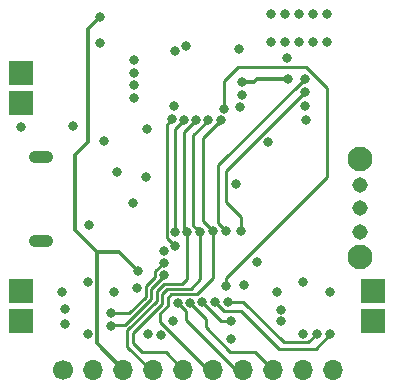
<source format=gbr>
%TF.GenerationSoftware,KiCad,Pcbnew,6.0.7-f9a2dced07~116~ubuntu22.04.1*%
%TF.CreationDate,2022-09-16T16:44:02+02:00*%
%TF.ProjectId,PCB,5043422e-6b69-4636-9164-5f7063625858,alfa*%
%TF.SameCoordinates,Original*%
%TF.FileFunction,Copper,L4,Bot*%
%TF.FilePolarity,Positive*%
%FSLAX46Y46*%
G04 Gerber Fmt 4.6, Leading zero omitted, Abs format (unit mm)*
G04 Created by KiCad (PCBNEW 6.0.7-f9a2dced07~116~ubuntu22.04.1) date 2022-09-16 16:44:02*
%MOMM*%
%LPD*%
G01*
G04 APERTURE LIST*
%TA.AperFunction,ComponentPad*%
%ADD10O,2.100000X1.050000*%
%TD*%
%TA.AperFunction,ComponentPad*%
%ADD11R,2.000000X2.000000*%
%TD*%
%TA.AperFunction,ComponentPad*%
%ADD12O,1.700000X1.700000*%
%TD*%
%TA.AperFunction,ComponentPad*%
%ADD13C,1.700000*%
%TD*%
%TA.AperFunction,ComponentPad*%
%ADD14C,1.308000*%
%TD*%
%TA.AperFunction,ComponentPad*%
%ADD15C,2.100000*%
%TD*%
%TA.AperFunction,ViaPad*%
%ADD16C,0.800000*%
%TD*%
%TA.AperFunction,Conductor*%
%ADD17C,0.304800*%
%TD*%
%TA.AperFunction,Conductor*%
%ADD18C,0.254000*%
%TD*%
G04 APERTURE END LIST*
D10*
%TO.P,J4,S6,SHIELD*%
%TO.N,unconnected-(J4-PadS1)*%
X63352500Y-92475000D03*
%TO.P,J4,S5,SHIELD*%
X63352500Y-85325000D03*
%TD*%
D11*
%TO.P,J8,2,Pin_2*%
%TO.N,/MOTOR_RIGHT_OUT_1*%
X91452000Y-96650000D03*
%TO.P,J8,1,Pin_1*%
%TO.N,/MOTOR_RIGHT_OUT_2*%
X91452000Y-99190000D03*
%TD*%
D12*
%TO.P,J1,10,Pin_10*%
%TO.N,GND*%
X88110000Y-103340000D03*
%TO.P,J1,9,Pin_9*%
%TO.N,+BATT*%
X85570000Y-103340000D03*
%TO.P,J1,8,Pin_8*%
%TO.N,/P0.4*%
X83030000Y-103340000D03*
%TO.P,J1,7,Pin_7*%
%TO.N,/P0.5*%
X80490000Y-103340000D03*
%TO.P,J1,6,Pin_6*%
%TO.N,/MISO*%
X77950000Y-103340000D03*
%TO.P,J1,5,Pin_5*%
%TO.N,/MOSI*%
X75410000Y-103340000D03*
%TO.P,J1,4,Pin_4*%
%TO.N,/SCK*%
X72870000Y-103340000D03*
%TO.P,J1,3,Pin_3*%
%TO.N,/BTN*%
X70330000Y-103340000D03*
%TO.P,J1,2,Pin_2*%
%TO.N,+3.3V*%
X67790000Y-103340000D03*
D13*
%TO.P,J1,1,Pin_1*%
%TO.N,GND*%
X65250000Y-103340000D03*
%TD*%
D11*
%TO.P,J5,2,Pin_2*%
%TO.N,/BAT+*%
X61671000Y-78200000D03*
%TO.P,J5,1,Pin_1*%
%TO.N,GND*%
X61671000Y-80740000D03*
%TD*%
D14*
%TO.P,U7,1,1*%
%TO.N,unconnected-(U7-Pad1)*%
X90330000Y-91690000D03*
%TO.P,U7,2,2*%
%TO.N,+BATT*%
X90330000Y-87690000D03*
%TO.P,U7,COM,COM*%
%TO.N,/BAT+*%
X90330000Y-89690000D03*
D15*
%TO.P,U7,M1*%
%TO.N,N/C*%
X90330000Y-93840000D03*
%TO.P,U7,M2*%
X90330000Y-85540000D03*
%TD*%
D11*
%TO.P,J7,2,Pin_2*%
%TO.N,/MOTOR_LEFT_OUT_1*%
X61671000Y-96650000D03*
%TO.P,J7,1,Pin_1*%
%TO.N,/MOTOR_LEFT_OUT_2*%
X61671000Y-99190000D03*
%TD*%
D16*
%TO.N,GND*%
X87600000Y-73230000D03*
X87600000Y-75610000D03*
X86400000Y-73230000D03*
X85200000Y-73220000D03*
X86400000Y-75610000D03*
X85200000Y-75610000D03*
X84000000Y-75610000D03*
X82800000Y-75610000D03*
X84000000Y-73220000D03*
X82800000Y-73220000D03*
%TO.N,/BTN*%
X71540000Y-94950000D03*
%TO.N,+3.3V*%
X71227400Y-78227600D03*
X85790000Y-82180000D03*
X74690000Y-76350000D03*
X82530000Y-84080000D03*
X69540000Y-96760000D03*
X81670000Y-94250000D03*
X87840000Y-96770000D03*
X80170000Y-81100000D03*
%TO.N,GND*%
X68373950Y-75649998D03*
X67390000Y-91130000D03*
X79820000Y-87650000D03*
X71197400Y-77127600D03*
X67315000Y-95875000D03*
X79420000Y-100730000D03*
X85730000Y-80990000D03*
X73772576Y-93289028D03*
X73480000Y-100380000D03*
X75601468Y-75939839D03*
X71187400Y-80347600D03*
X85545000Y-100305000D03*
X68720000Y-83940000D03*
X80126733Y-76221686D03*
X69780000Y-86590000D03*
X84162521Y-76916362D03*
X85505000Y-95875000D03*
X80500000Y-96140000D03*
X74620000Y-81010000D03*
X71207400Y-79277600D03*
X61660000Y-82820000D03*
X67355000Y-100305000D03*
X80374783Y-80041896D03*
X71495500Y-96386500D03*
%TO.N,+BATT*%
X65090000Y-96790000D03*
X72220000Y-87030000D03*
X72438516Y-100341484D03*
X74530000Y-99190000D03*
X83300000Y-96790000D03*
X66030000Y-82680000D03*
%TO.N,/VSYS*%
X72340000Y-82990000D03*
X71120000Y-89220000D03*
%TO.N,Net-(C16-Pad1)*%
X80380000Y-78990000D03*
X84290000Y-78740000D03*
%TO.N,/C2CK*%
X80280000Y-91630000D03*
X85699568Y-79811067D03*
%TO.N,/C2D*%
X85660000Y-78720000D03*
X79030000Y-91630000D03*
%TO.N,/MOTOR_LEFT_OUT_2*%
X65420000Y-99430000D03*
%TO.N,/MOTOR_LEFT_OUT_1*%
X65380000Y-98220000D03*
%TO.N,/MOTOR_RIGHT_OUT_2*%
X83635517Y-99249488D03*
%TO.N,/MOTOR_RIGHT_OUT_1*%
X83630000Y-98250000D03*
%TO.N,/BTN*%
X68313950Y-73500000D03*
%TO.N,/MOTOR_LEFT_IN_2*%
X73740833Y-95297533D03*
X69264175Y-99663254D03*
%TO.N,/MOTOR_LEFT_IN_1*%
X69270000Y-98550000D03*
X73747784Y-94288223D03*
%TO.N,/P0.4*%
X75972203Y-97692203D03*
%TO.N,/P0.5*%
X74941790Y-97695189D03*
%TO.N,/MOTOR_RIGHT_IN_2*%
X86680000Y-100305000D03*
X79170000Y-97640000D03*
%TO.N,/MOTOR_RIGHT_IN_1*%
X78040000Y-97590000D03*
X87820000Y-100305000D03*
%TO.N,/NRF_CE*%
X74470000Y-82130000D03*
X74680000Y-92870000D03*
%TO.N,/NRF_CS*%
X74711134Y-91695674D03*
X75487396Y-82198165D03*
%TO.N,/SCK*%
X75710000Y-91660000D03*
X76486495Y-82226495D03*
%TO.N,/MOSI*%
X76826356Y-91653783D03*
X77485991Y-82230021D03*
%TO.N,/MISO*%
X77940000Y-91630000D03*
X78590000Y-82240000D03*
%TO.N,/NRF_INT*%
X78880700Y-81228026D03*
X79010000Y-96280000D03*
%TO.N,/LED*%
X79460000Y-99250000D03*
X77020000Y-97650000D03*
%TD*%
D17*
%TO.N,Net-(C16-Pad1)*%
X80380000Y-78990000D02*
X81350902Y-78990000D01*
X81350902Y-78990000D02*
X81600902Y-78740000D01*
X81600902Y-78740000D02*
X84290000Y-78740000D01*
D18*
%TO.N,/C2CK*%
X80280000Y-91650000D02*
X80280000Y-90430000D01*
X80280000Y-90430000D02*
X79000000Y-89150000D01*
X79000000Y-89150000D02*
X79000000Y-86510635D01*
X79000000Y-86510635D02*
X85699568Y-79811067D01*
%TO.N,/C2D*%
X78340000Y-86040000D02*
X85660000Y-78720000D01*
X79030000Y-91590000D02*
X78340000Y-90900000D01*
X78340000Y-90900000D02*
X78340000Y-86040000D01*
%TO.N,/NRF_INT*%
X79010000Y-96280000D02*
X79010000Y-95560000D01*
X87537000Y-79467000D02*
X85797000Y-77727000D01*
X79010000Y-95560000D02*
X87537000Y-87033000D01*
X87537000Y-87033000D02*
X87537000Y-79467000D01*
X80043000Y-77727000D02*
X78880700Y-78889300D01*
X78880700Y-78889300D02*
X78880700Y-81228026D01*
X85797000Y-77727000D02*
X80043000Y-77727000D01*
%TO.N,/P0.4*%
X75972203Y-97692203D02*
X76480000Y-98200000D01*
X76480000Y-98200000D02*
X76490000Y-98200000D01*
X76490000Y-98200000D02*
X77340000Y-99050000D01*
X77340000Y-99050000D02*
X77340000Y-99750000D01*
X77340000Y-99750000D02*
X79390000Y-101800000D01*
X79390000Y-101800000D02*
X81490000Y-101800000D01*
X81490000Y-101800000D02*
X83030000Y-103340000D01*
%TO.N,/P0.5*%
X80490000Y-103340000D02*
X79850000Y-103340000D01*
X79850000Y-103340000D02*
X75650000Y-99140000D01*
X75650000Y-99140000D02*
X75650000Y-98403399D01*
X75650000Y-98403399D02*
X74941790Y-97695189D01*
%TO.N,/MISO*%
X77940000Y-91630000D02*
X77940000Y-95600000D01*
X77940000Y-95600000D02*
X76574797Y-96965203D01*
X76574797Y-96965203D02*
X74384797Y-96965203D01*
X73450000Y-98580000D02*
X73450000Y-99321866D01*
X74384797Y-96965203D02*
X74080000Y-97270000D01*
X74080000Y-97270000D02*
X74080000Y-97950000D01*
X74080000Y-97950000D02*
X73450000Y-98580000D01*
X73450000Y-99321866D02*
X77468134Y-103340000D01*
X77468134Y-103340000D02*
X77950000Y-103340000D01*
%TO.N,/MOSI*%
X76826356Y-91653783D02*
X76826356Y-95703644D01*
X76826356Y-95703644D02*
X76018797Y-96511203D01*
X76018797Y-96511203D02*
X73978797Y-96511203D01*
X73890000Y-101820000D02*
X75410000Y-103340000D01*
X73978797Y-96511203D02*
X73590000Y-96900000D01*
X73590000Y-96900000D02*
X73590000Y-97740000D01*
X71860000Y-101820000D02*
X73890000Y-101820000D01*
X73590000Y-97740000D02*
X71130000Y-100200000D01*
X71130000Y-100200000D02*
X71130000Y-101090000D01*
X71130000Y-101090000D02*
X71860000Y-101820000D01*
%TO.N,/SCK*%
X75710000Y-91660000D02*
X75710000Y-95640000D01*
X75710000Y-95640000D02*
X75292797Y-96057203D01*
X73130000Y-96660000D02*
X73130000Y-97522052D01*
X75292797Y-96057203D02*
X73732797Y-96057203D01*
X73732797Y-96057203D02*
X73130000Y-96660000D01*
X73130000Y-97522052D02*
X70660000Y-99992052D01*
X70660000Y-99992052D02*
X70660000Y-101380000D01*
X70660000Y-101380000D02*
X72620000Y-103340000D01*
X72620000Y-103340000D02*
X72870000Y-103340000D01*
D17*
%TO.N,/BTN*%
X71540000Y-94950000D02*
X69970000Y-93380000D01*
X69970000Y-93380000D02*
X68060000Y-93380000D01*
X70330000Y-103340000D02*
X68100000Y-101110000D01*
X68100000Y-101110000D02*
X68100000Y-100624055D01*
X68107400Y-100616655D02*
X68107400Y-99993345D01*
X68100000Y-100624055D02*
X68107400Y-100616655D01*
X68100000Y-93400000D02*
X66240000Y-91540000D01*
X68107400Y-99993345D02*
X68100000Y-99985945D01*
X66240000Y-91540000D02*
X66240000Y-85200000D01*
X68100000Y-99985945D02*
X68100000Y-93400000D01*
X66240000Y-85200000D02*
X67360000Y-84080000D01*
X67360000Y-84080000D02*
X67360000Y-74453950D01*
X67360000Y-74453950D02*
X68313950Y-73500000D01*
D18*
%TO.N,/MOTOR_RIGHT_IN_1*%
X78817000Y-98367000D02*
X78040000Y-97590000D01*
X87820000Y-100340000D02*
X86610000Y-101550000D01*
X86610000Y-101550000D02*
X83460000Y-101550000D01*
X83460000Y-101550000D02*
X80277000Y-98367000D01*
X80277000Y-98367000D02*
X78817000Y-98367000D01*
%TO.N,/MOTOR_RIGHT_IN_2*%
X85978000Y-101032000D02*
X83882000Y-101032000D01*
X86680000Y-100330000D02*
X85978000Y-101032000D01*
X83882000Y-101032000D02*
X80490000Y-97640000D01*
X80490000Y-97640000D02*
X79170000Y-97640000D01*
%TO.N,/MOTOR_LEFT_IN_2*%
X69637384Y-99574747D02*
X70435253Y-99574747D01*
X70435253Y-99574747D02*
X72676000Y-97334000D01*
X72676000Y-97334000D02*
X72676000Y-96471948D01*
X72676000Y-96471948D02*
X73740833Y-95407115D01*
X73740833Y-95407115D02*
X73740833Y-95297533D01*
%TO.N,/MOTOR_LEFT_IN_1*%
X69580000Y-98580000D02*
X70787948Y-98580000D01*
X72222000Y-96283896D02*
X73013833Y-95492063D01*
X70787948Y-98580000D02*
X72222000Y-97145948D01*
X73722009Y-94288223D02*
X73747784Y-94288223D01*
X72222000Y-97145948D02*
X72222000Y-96283896D01*
X73013833Y-95492063D02*
X73013833Y-94996399D01*
X73013833Y-94996399D02*
X73722009Y-94288223D01*
%TO.N,/NRF_CE*%
X73984134Y-82615866D02*
X74470000Y-82130000D01*
X74680000Y-92870000D02*
X73984134Y-92174134D01*
X73984134Y-92174134D02*
X73984134Y-82615866D01*
%TO.N,/MISO*%
X77940000Y-91630000D02*
X77040000Y-90730000D01*
X78212991Y-82531155D02*
X78298845Y-82531155D01*
X78298845Y-82531155D02*
X78590000Y-82240000D01*
X77040000Y-90730000D02*
X77040000Y-83704146D01*
X77040000Y-83704146D02*
X78212991Y-82531155D01*
%TO.N,/MOSI*%
X77485991Y-82255133D02*
X77485991Y-82230021D01*
X76230000Y-83511124D02*
X77485991Y-82255133D01*
X76826356Y-91653783D02*
X76531439Y-91358866D01*
X76531439Y-91358866D02*
X76437000Y-91358866D01*
X76437000Y-91358866D02*
X76230000Y-91151866D01*
X76230000Y-91151866D02*
X76230000Y-83511124D01*
%TO.N,/NRF_CS*%
X74711134Y-82974427D02*
X75487396Y-82198165D01*
X74711134Y-91695674D02*
X74711134Y-82974427D01*
%TO.N,/SCK*%
X76486495Y-82226495D02*
X75490000Y-83222990D01*
X75490000Y-91440000D02*
X75710000Y-91660000D01*
X75490000Y-83222990D02*
X75490000Y-91440000D01*
%TO.N,/LED*%
X78620000Y-99250000D02*
X79460000Y-99250000D01*
X77020000Y-97650000D02*
X78620000Y-99250000D01*
%TD*%
M02*

</source>
